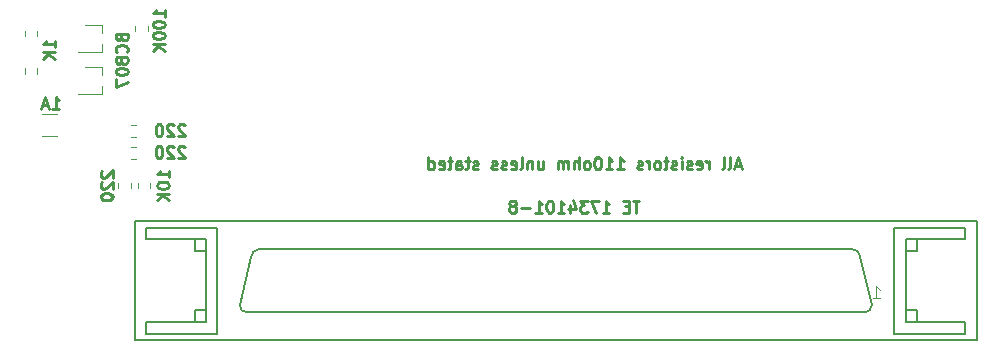
<source format=gbr>
%TF.GenerationSoftware,KiCad,Pcbnew,(5.1.7)-1*%
%TF.CreationDate,2021-02-10T19:53:02+00:00*%
%TF.ProjectId,SCSI to SCA MK5.1,53435349-2074-46f2-9053-4341204d4b35,rev?*%
%TF.SameCoordinates,Original*%
%TF.FileFunction,Legend,Bot*%
%TF.FilePolarity,Positive*%
%FSLAX46Y46*%
G04 Gerber Fmt 4.6, Leading zero omitted, Abs format (unit mm)*
G04 Created by KiCad (PCBNEW (5.1.7)-1) date 2021-02-10 19:53:02*
%MOMM*%
%LPD*%
G01*
G04 APERTURE LIST*
%ADD10C,0.250000*%
%ADD11C,0.120000*%
%ADD12C,0.203200*%
%ADD13C,0.050000*%
G04 APERTURE END LIST*
D10*
X43093900Y-122404333D02*
X43093900Y-121832904D01*
X43093900Y-122118619D02*
X42093900Y-122118619D01*
X42236758Y-122023380D01*
X42331996Y-121928142D01*
X42379615Y-121832904D01*
X42093900Y-123023380D02*
X42093900Y-123118619D01*
X42141520Y-123213857D01*
X42189139Y-123261476D01*
X42284377Y-123309095D01*
X42474853Y-123356714D01*
X42712948Y-123356714D01*
X42903424Y-123309095D01*
X42998662Y-123261476D01*
X43046281Y-123213857D01*
X43093900Y-123118619D01*
X43093900Y-123023380D01*
X43046281Y-122928142D01*
X42998662Y-122880523D01*
X42903424Y-122832904D01*
X42712948Y-122785285D01*
X42474853Y-122785285D01*
X42284377Y-122832904D01*
X42189139Y-122880523D01*
X42141520Y-122928142D01*
X42093900Y-123023380D01*
X42093900Y-123975761D02*
X42093900Y-124071000D01*
X42141520Y-124166238D01*
X42189139Y-124213857D01*
X42284377Y-124261476D01*
X42474853Y-124309095D01*
X42712948Y-124309095D01*
X42903424Y-124261476D01*
X42998662Y-124213857D01*
X43046281Y-124166238D01*
X43093900Y-124071000D01*
X43093900Y-123975761D01*
X43046281Y-123880523D01*
X42998662Y-123832904D01*
X42903424Y-123785285D01*
X42712948Y-123737666D01*
X42474853Y-123737666D01*
X42284377Y-123785285D01*
X42189139Y-123832904D01*
X42141520Y-123880523D01*
X42093900Y-123975761D01*
X43093900Y-124737666D02*
X42093900Y-124737666D01*
X43093900Y-125309095D02*
X42522472Y-124880523D01*
X42093900Y-125309095D02*
X42665329Y-124737666D01*
X83271619Y-138009380D02*
X82700190Y-138009380D01*
X82985904Y-139009380D02*
X82985904Y-138009380D01*
X82366857Y-138485571D02*
X82033523Y-138485571D01*
X81890666Y-139009380D02*
X82366857Y-139009380D01*
X82366857Y-138009380D01*
X81890666Y-138009380D01*
X80176380Y-139009380D02*
X80747809Y-139009380D01*
X80462095Y-139009380D02*
X80462095Y-138009380D01*
X80557333Y-138152238D01*
X80652571Y-138247476D01*
X80747809Y-138295095D01*
X79843047Y-138009380D02*
X79176380Y-138009380D01*
X79604952Y-139009380D01*
X78890666Y-138009380D02*
X78271619Y-138009380D01*
X78604952Y-138390333D01*
X78462095Y-138390333D01*
X78366857Y-138437952D01*
X78319238Y-138485571D01*
X78271619Y-138580809D01*
X78271619Y-138818904D01*
X78319238Y-138914142D01*
X78366857Y-138961761D01*
X78462095Y-139009380D01*
X78747809Y-139009380D01*
X78843047Y-138961761D01*
X78890666Y-138914142D01*
X77414476Y-138342714D02*
X77414476Y-139009380D01*
X77652571Y-137961761D02*
X77890666Y-138676047D01*
X77271619Y-138676047D01*
X76366857Y-139009380D02*
X76938285Y-139009380D01*
X76652571Y-139009380D02*
X76652571Y-138009380D01*
X76747809Y-138152238D01*
X76843047Y-138247476D01*
X76938285Y-138295095D01*
X75747809Y-138009380D02*
X75652571Y-138009380D01*
X75557333Y-138057000D01*
X75509714Y-138104619D01*
X75462095Y-138199857D01*
X75414476Y-138390333D01*
X75414476Y-138628428D01*
X75462095Y-138818904D01*
X75509714Y-138914142D01*
X75557333Y-138961761D01*
X75652571Y-139009380D01*
X75747809Y-139009380D01*
X75843047Y-138961761D01*
X75890666Y-138914142D01*
X75938285Y-138818904D01*
X75985904Y-138628428D01*
X75985904Y-138390333D01*
X75938285Y-138199857D01*
X75890666Y-138104619D01*
X75843047Y-138057000D01*
X75747809Y-138009380D01*
X74462095Y-139009380D02*
X75033523Y-139009380D01*
X74747809Y-139009380D02*
X74747809Y-138009380D01*
X74843047Y-138152238D01*
X74938285Y-138247476D01*
X75033523Y-138295095D01*
X74033523Y-138628428D02*
X73271619Y-138628428D01*
X72652571Y-138437952D02*
X72747809Y-138390333D01*
X72795428Y-138342714D01*
X72843047Y-138247476D01*
X72843047Y-138199857D01*
X72795428Y-138104619D01*
X72747809Y-138057000D01*
X72652571Y-138009380D01*
X72462095Y-138009380D01*
X72366857Y-138057000D01*
X72319238Y-138104619D01*
X72271619Y-138199857D01*
X72271619Y-138247476D01*
X72319238Y-138342714D01*
X72366857Y-138390333D01*
X72462095Y-138437952D01*
X72652571Y-138437952D01*
X72747809Y-138485571D01*
X72795428Y-138533190D01*
X72843047Y-138628428D01*
X72843047Y-138818904D01*
X72795428Y-138914142D01*
X72747809Y-138961761D01*
X72652571Y-139009380D01*
X72462095Y-139009380D01*
X72366857Y-138961761D01*
X72319238Y-138914142D01*
X72271619Y-138818904D01*
X72271619Y-138628428D01*
X72319238Y-138533190D01*
X72366857Y-138485571D01*
X72462095Y-138437952D01*
X91851095Y-135040666D02*
X91374904Y-135040666D01*
X91946333Y-135326380D02*
X91613000Y-134326380D01*
X91279666Y-135326380D01*
X90803476Y-135326380D02*
X90898714Y-135278761D01*
X90946333Y-135183523D01*
X90946333Y-134326380D01*
X90279666Y-135326380D02*
X90374904Y-135278761D01*
X90422523Y-135183523D01*
X90422523Y-134326380D01*
X89136809Y-135326380D02*
X89136809Y-134659714D01*
X89136809Y-134850190D02*
X89089190Y-134754952D01*
X89041571Y-134707333D01*
X88946333Y-134659714D01*
X88851095Y-134659714D01*
X88136809Y-135278761D02*
X88232047Y-135326380D01*
X88422523Y-135326380D01*
X88517761Y-135278761D01*
X88565380Y-135183523D01*
X88565380Y-134802571D01*
X88517761Y-134707333D01*
X88422523Y-134659714D01*
X88232047Y-134659714D01*
X88136809Y-134707333D01*
X88089190Y-134802571D01*
X88089190Y-134897809D01*
X88565380Y-134993047D01*
X87708238Y-135278761D02*
X87613000Y-135326380D01*
X87422523Y-135326380D01*
X87327285Y-135278761D01*
X87279666Y-135183523D01*
X87279666Y-135135904D01*
X87327285Y-135040666D01*
X87422523Y-134993047D01*
X87565380Y-134993047D01*
X87660619Y-134945428D01*
X87708238Y-134850190D01*
X87708238Y-134802571D01*
X87660619Y-134707333D01*
X87565380Y-134659714D01*
X87422523Y-134659714D01*
X87327285Y-134707333D01*
X86851095Y-135326380D02*
X86851095Y-134659714D01*
X86851095Y-134326380D02*
X86898714Y-134374000D01*
X86851095Y-134421619D01*
X86803476Y-134374000D01*
X86851095Y-134326380D01*
X86851095Y-134421619D01*
X86422523Y-135278761D02*
X86327285Y-135326380D01*
X86136809Y-135326380D01*
X86041571Y-135278761D01*
X85993952Y-135183523D01*
X85993952Y-135135904D01*
X86041571Y-135040666D01*
X86136809Y-134993047D01*
X86279666Y-134993047D01*
X86374904Y-134945428D01*
X86422523Y-134850190D01*
X86422523Y-134802571D01*
X86374904Y-134707333D01*
X86279666Y-134659714D01*
X86136809Y-134659714D01*
X86041571Y-134707333D01*
X85708238Y-134659714D02*
X85327285Y-134659714D01*
X85565380Y-134326380D02*
X85565380Y-135183523D01*
X85517761Y-135278761D01*
X85422523Y-135326380D01*
X85327285Y-135326380D01*
X84851095Y-135326380D02*
X84946333Y-135278761D01*
X84993952Y-135231142D01*
X85041571Y-135135904D01*
X85041571Y-134850190D01*
X84993952Y-134754952D01*
X84946333Y-134707333D01*
X84851095Y-134659714D01*
X84708238Y-134659714D01*
X84613000Y-134707333D01*
X84565380Y-134754952D01*
X84517761Y-134850190D01*
X84517761Y-135135904D01*
X84565380Y-135231142D01*
X84613000Y-135278761D01*
X84708238Y-135326380D01*
X84851095Y-135326380D01*
X84089190Y-135326380D02*
X84089190Y-134659714D01*
X84089190Y-134850190D02*
X84041571Y-134754952D01*
X83993952Y-134707333D01*
X83898714Y-134659714D01*
X83803476Y-134659714D01*
X83517761Y-135278761D02*
X83422523Y-135326380D01*
X83232047Y-135326380D01*
X83136809Y-135278761D01*
X83089190Y-135183523D01*
X83089190Y-135135904D01*
X83136809Y-135040666D01*
X83232047Y-134993047D01*
X83374904Y-134993047D01*
X83470142Y-134945428D01*
X83517761Y-134850190D01*
X83517761Y-134802571D01*
X83470142Y-134707333D01*
X83374904Y-134659714D01*
X83232047Y-134659714D01*
X83136809Y-134707333D01*
X81374904Y-135326380D02*
X81946333Y-135326380D01*
X81660619Y-135326380D02*
X81660619Y-134326380D01*
X81755857Y-134469238D01*
X81851095Y-134564476D01*
X81946333Y-134612095D01*
X80422523Y-135326380D02*
X80993952Y-135326380D01*
X80708238Y-135326380D02*
X80708238Y-134326380D01*
X80803476Y-134469238D01*
X80898714Y-134564476D01*
X80993952Y-134612095D01*
X79803476Y-134326380D02*
X79708238Y-134326380D01*
X79613000Y-134374000D01*
X79565380Y-134421619D01*
X79517761Y-134516857D01*
X79470142Y-134707333D01*
X79470142Y-134945428D01*
X79517761Y-135135904D01*
X79565380Y-135231142D01*
X79613000Y-135278761D01*
X79708238Y-135326380D01*
X79803476Y-135326380D01*
X79898714Y-135278761D01*
X79946333Y-135231142D01*
X79993952Y-135135904D01*
X80041571Y-134945428D01*
X80041571Y-134707333D01*
X79993952Y-134516857D01*
X79946333Y-134421619D01*
X79898714Y-134374000D01*
X79803476Y-134326380D01*
X78898714Y-135326380D02*
X78993952Y-135278761D01*
X79041571Y-135231142D01*
X79089190Y-135135904D01*
X79089190Y-134850190D01*
X79041571Y-134754952D01*
X78993952Y-134707333D01*
X78898714Y-134659714D01*
X78755857Y-134659714D01*
X78660619Y-134707333D01*
X78613000Y-134754952D01*
X78565380Y-134850190D01*
X78565380Y-135135904D01*
X78613000Y-135231142D01*
X78660619Y-135278761D01*
X78755857Y-135326380D01*
X78898714Y-135326380D01*
X78136809Y-135326380D02*
X78136809Y-134326380D01*
X77708238Y-135326380D02*
X77708238Y-134802571D01*
X77755857Y-134707333D01*
X77851095Y-134659714D01*
X77993952Y-134659714D01*
X78089190Y-134707333D01*
X78136809Y-134754952D01*
X77232047Y-135326380D02*
X77232047Y-134659714D01*
X77232047Y-134754952D02*
X77184428Y-134707333D01*
X77089190Y-134659714D01*
X76946333Y-134659714D01*
X76851095Y-134707333D01*
X76803476Y-134802571D01*
X76803476Y-135326380D01*
X76803476Y-134802571D02*
X76755857Y-134707333D01*
X76660619Y-134659714D01*
X76517761Y-134659714D01*
X76422523Y-134707333D01*
X76374904Y-134802571D01*
X76374904Y-135326380D01*
X74708238Y-134659714D02*
X74708238Y-135326380D01*
X75136809Y-134659714D02*
X75136809Y-135183523D01*
X75089190Y-135278761D01*
X74993952Y-135326380D01*
X74851095Y-135326380D01*
X74755857Y-135278761D01*
X74708238Y-135231142D01*
X74232047Y-134659714D02*
X74232047Y-135326380D01*
X74232047Y-134754952D02*
X74184428Y-134707333D01*
X74089190Y-134659714D01*
X73946333Y-134659714D01*
X73851095Y-134707333D01*
X73803476Y-134802571D01*
X73803476Y-135326380D01*
X73184428Y-135326380D02*
X73279666Y-135278761D01*
X73327285Y-135183523D01*
X73327285Y-134326380D01*
X72422523Y-135278761D02*
X72517761Y-135326380D01*
X72708238Y-135326380D01*
X72803476Y-135278761D01*
X72851095Y-135183523D01*
X72851095Y-134802571D01*
X72803476Y-134707333D01*
X72708238Y-134659714D01*
X72517761Y-134659714D01*
X72422523Y-134707333D01*
X72374904Y-134802571D01*
X72374904Y-134897809D01*
X72851095Y-134993047D01*
X71993952Y-135278761D02*
X71898714Y-135326380D01*
X71708238Y-135326380D01*
X71613000Y-135278761D01*
X71565380Y-135183523D01*
X71565380Y-135135904D01*
X71613000Y-135040666D01*
X71708238Y-134993047D01*
X71851095Y-134993047D01*
X71946333Y-134945428D01*
X71993952Y-134850190D01*
X71993952Y-134802571D01*
X71946333Y-134707333D01*
X71851095Y-134659714D01*
X71708238Y-134659714D01*
X71613000Y-134707333D01*
X71184428Y-135278761D02*
X71089190Y-135326380D01*
X70898714Y-135326380D01*
X70803476Y-135278761D01*
X70755857Y-135183523D01*
X70755857Y-135135904D01*
X70803476Y-135040666D01*
X70898714Y-134993047D01*
X71041571Y-134993047D01*
X71136809Y-134945428D01*
X71184428Y-134850190D01*
X71184428Y-134802571D01*
X71136809Y-134707333D01*
X71041571Y-134659714D01*
X70898714Y-134659714D01*
X70803476Y-134707333D01*
X69613000Y-135278761D02*
X69517761Y-135326380D01*
X69327285Y-135326380D01*
X69232047Y-135278761D01*
X69184428Y-135183523D01*
X69184428Y-135135904D01*
X69232047Y-135040666D01*
X69327285Y-134993047D01*
X69470142Y-134993047D01*
X69565380Y-134945428D01*
X69613000Y-134850190D01*
X69613000Y-134802571D01*
X69565380Y-134707333D01*
X69470142Y-134659714D01*
X69327285Y-134659714D01*
X69232047Y-134707333D01*
X68898714Y-134659714D02*
X68517761Y-134659714D01*
X68755857Y-134326380D02*
X68755857Y-135183523D01*
X68708238Y-135278761D01*
X68613000Y-135326380D01*
X68517761Y-135326380D01*
X67755857Y-135326380D02*
X67755857Y-134802571D01*
X67803476Y-134707333D01*
X67898714Y-134659714D01*
X68089190Y-134659714D01*
X68184428Y-134707333D01*
X67755857Y-135278761D02*
X67851095Y-135326380D01*
X68089190Y-135326380D01*
X68184428Y-135278761D01*
X68232047Y-135183523D01*
X68232047Y-135088285D01*
X68184428Y-134993047D01*
X68089190Y-134945428D01*
X67851095Y-134945428D01*
X67755857Y-134897809D01*
X67422523Y-134659714D02*
X67041571Y-134659714D01*
X67279666Y-134326380D02*
X67279666Y-135183523D01*
X67232047Y-135278761D01*
X67136809Y-135326380D01*
X67041571Y-135326380D01*
X66327285Y-135278761D02*
X66422523Y-135326380D01*
X66613000Y-135326380D01*
X66708238Y-135278761D01*
X66755857Y-135183523D01*
X66755857Y-134802571D01*
X66708238Y-134707333D01*
X66613000Y-134659714D01*
X66422523Y-134659714D01*
X66327285Y-134707333D01*
X66279666Y-134802571D01*
X66279666Y-134897809D01*
X66755857Y-134993047D01*
X65422523Y-135326380D02*
X65422523Y-134326380D01*
X65422523Y-135278761D02*
X65517761Y-135326380D01*
X65708238Y-135326380D01*
X65803476Y-135278761D01*
X65851095Y-135231142D01*
X65898714Y-135135904D01*
X65898714Y-134850190D01*
X65851095Y-134754952D01*
X65803476Y-134707333D01*
X65708238Y-134659714D01*
X65517761Y-134659714D01*
X65422523Y-134707333D01*
X43441880Y-136025023D02*
X43441880Y-135453595D01*
X43441880Y-135739309D02*
X42441880Y-135739309D01*
X42584738Y-135644071D01*
X42679976Y-135548833D01*
X42727595Y-135453595D01*
X42441880Y-136644071D02*
X42441880Y-136739309D01*
X42489500Y-136834547D01*
X42537119Y-136882166D01*
X42632357Y-136929785D01*
X42822833Y-136977404D01*
X43060928Y-136977404D01*
X43251404Y-136929785D01*
X43346642Y-136882166D01*
X43394261Y-136834547D01*
X43441880Y-136739309D01*
X43441880Y-136644071D01*
X43394261Y-136548833D01*
X43346642Y-136501214D01*
X43251404Y-136453595D01*
X43060928Y-136405976D01*
X42822833Y-136405976D01*
X42632357Y-136453595D01*
X42537119Y-136501214D01*
X42489500Y-136548833D01*
X42441880Y-136644071D01*
X43441880Y-137405976D02*
X42441880Y-137405976D01*
X43441880Y-137977404D02*
X42870452Y-137548833D01*
X42441880Y-137977404D02*
X43013309Y-137405976D01*
X37774619Y-135477404D02*
X37727000Y-135525023D01*
X37679380Y-135620261D01*
X37679380Y-135858357D01*
X37727000Y-135953595D01*
X37774619Y-136001214D01*
X37869857Y-136048833D01*
X37965095Y-136048833D01*
X38107952Y-136001214D01*
X38679380Y-135429785D01*
X38679380Y-136048833D01*
X37774619Y-136429785D02*
X37727000Y-136477404D01*
X37679380Y-136572642D01*
X37679380Y-136810738D01*
X37727000Y-136905976D01*
X37774619Y-136953595D01*
X37869857Y-137001214D01*
X37965095Y-137001214D01*
X38107952Y-136953595D01*
X38679380Y-136382166D01*
X38679380Y-137001214D01*
X37679380Y-137620261D02*
X37679380Y-137715500D01*
X37727000Y-137810738D01*
X37774619Y-137858357D01*
X37869857Y-137905976D01*
X38060333Y-137953595D01*
X38298428Y-137953595D01*
X38488904Y-137905976D01*
X38584142Y-137858357D01*
X38631761Y-137810738D01*
X38679380Y-137715500D01*
X38679380Y-137620261D01*
X38631761Y-137525023D01*
X38584142Y-137477404D01*
X38488904Y-137429785D01*
X38298428Y-137382166D01*
X38060333Y-137382166D01*
X37869857Y-137429785D01*
X37774619Y-137477404D01*
X37727000Y-137525023D01*
X37679380Y-137620261D01*
X44799095Y-133469119D02*
X44751476Y-133421500D01*
X44656238Y-133373880D01*
X44418142Y-133373880D01*
X44322904Y-133421500D01*
X44275285Y-133469119D01*
X44227666Y-133564357D01*
X44227666Y-133659595D01*
X44275285Y-133802452D01*
X44846714Y-134373880D01*
X44227666Y-134373880D01*
X43846714Y-133469119D02*
X43799095Y-133421500D01*
X43703857Y-133373880D01*
X43465761Y-133373880D01*
X43370523Y-133421500D01*
X43322904Y-133469119D01*
X43275285Y-133564357D01*
X43275285Y-133659595D01*
X43322904Y-133802452D01*
X43894333Y-134373880D01*
X43275285Y-134373880D01*
X42656238Y-133373880D02*
X42561000Y-133373880D01*
X42465761Y-133421500D01*
X42418142Y-133469119D01*
X42370523Y-133564357D01*
X42322904Y-133754833D01*
X42322904Y-133992928D01*
X42370523Y-134183404D01*
X42418142Y-134278642D01*
X42465761Y-134326261D01*
X42561000Y-134373880D01*
X42656238Y-134373880D01*
X42751476Y-134326261D01*
X42799095Y-134278642D01*
X42846714Y-134183404D01*
X42894333Y-133992928D01*
X42894333Y-133754833D01*
X42846714Y-133564357D01*
X42799095Y-133469119D01*
X42751476Y-133421500D01*
X42656238Y-133373880D01*
X44799095Y-131627619D02*
X44751476Y-131580000D01*
X44656238Y-131532380D01*
X44418142Y-131532380D01*
X44322904Y-131580000D01*
X44275285Y-131627619D01*
X44227666Y-131722857D01*
X44227666Y-131818095D01*
X44275285Y-131960952D01*
X44846714Y-132532380D01*
X44227666Y-132532380D01*
X43846714Y-131627619D02*
X43799095Y-131580000D01*
X43703857Y-131532380D01*
X43465761Y-131532380D01*
X43370523Y-131580000D01*
X43322904Y-131627619D01*
X43275285Y-131722857D01*
X43275285Y-131818095D01*
X43322904Y-131960952D01*
X43894333Y-132532380D01*
X43275285Y-132532380D01*
X42656238Y-131532380D02*
X42561000Y-131532380D01*
X42465761Y-131580000D01*
X42418142Y-131627619D01*
X42370523Y-131722857D01*
X42322904Y-131913333D01*
X42322904Y-132151428D01*
X42370523Y-132341904D01*
X42418142Y-132437142D01*
X42465761Y-132484761D01*
X42561000Y-132532380D01*
X42656238Y-132532380D01*
X42751476Y-132484761D01*
X42799095Y-132437142D01*
X42846714Y-132341904D01*
X42894333Y-132151428D01*
X42894333Y-131913333D01*
X42846714Y-131722857D01*
X42799095Y-131627619D01*
X42751476Y-131580000D01*
X42656238Y-131532380D01*
X33789880Y-125007714D02*
X33789880Y-124436285D01*
X33789880Y-124722000D02*
X32789880Y-124722000D01*
X32932738Y-124626761D01*
X33027976Y-124531523D01*
X33075595Y-124436285D01*
X33789880Y-125436285D02*
X32789880Y-125436285D01*
X33789880Y-126007714D02*
X33218452Y-125579142D01*
X32789880Y-126007714D02*
X33361309Y-125436285D01*
X39430651Y-124192897D02*
X39478270Y-124335754D01*
X39525889Y-124383373D01*
X39621127Y-124430992D01*
X39763984Y-124430992D01*
X39859222Y-124383373D01*
X39906841Y-124335754D01*
X39954460Y-124240516D01*
X39954460Y-123859563D01*
X38954460Y-123859563D01*
X38954460Y-124192897D01*
X39002080Y-124288135D01*
X39049699Y-124335754D01*
X39144937Y-124383373D01*
X39240175Y-124383373D01*
X39335413Y-124335754D01*
X39383032Y-124288135D01*
X39430651Y-124192897D01*
X39430651Y-123859563D01*
X39859222Y-125430992D02*
X39906841Y-125383373D01*
X39954460Y-125240516D01*
X39954460Y-125145278D01*
X39906841Y-125002420D01*
X39811603Y-124907182D01*
X39716365Y-124859563D01*
X39525889Y-124811944D01*
X39383032Y-124811944D01*
X39192556Y-124859563D01*
X39097318Y-124907182D01*
X39002080Y-125002420D01*
X38954460Y-125145278D01*
X38954460Y-125240516D01*
X39002080Y-125383373D01*
X39049699Y-125430992D01*
X39383032Y-126002420D02*
X39335413Y-125907182D01*
X39287794Y-125859563D01*
X39192556Y-125811944D01*
X39144937Y-125811944D01*
X39049699Y-125859563D01*
X39002080Y-125907182D01*
X38954460Y-126002420D01*
X38954460Y-126192897D01*
X39002080Y-126288135D01*
X39049699Y-126335754D01*
X39144937Y-126383373D01*
X39192556Y-126383373D01*
X39287794Y-126335754D01*
X39335413Y-126288135D01*
X39383032Y-126192897D01*
X39383032Y-126002420D01*
X39430651Y-125907182D01*
X39478270Y-125859563D01*
X39573508Y-125811944D01*
X39763984Y-125811944D01*
X39859222Y-125859563D01*
X39906841Y-125907182D01*
X39954460Y-126002420D01*
X39954460Y-126192897D01*
X39906841Y-126288135D01*
X39859222Y-126335754D01*
X39763984Y-126383373D01*
X39573508Y-126383373D01*
X39478270Y-126335754D01*
X39430651Y-126288135D01*
X39383032Y-126192897D01*
X38954460Y-127002420D02*
X38954460Y-127097659D01*
X39002080Y-127192897D01*
X39049699Y-127240516D01*
X39144937Y-127288135D01*
X39335413Y-127335754D01*
X39573508Y-127335754D01*
X39763984Y-127288135D01*
X39859222Y-127240516D01*
X39906841Y-127192897D01*
X39954460Y-127097659D01*
X39954460Y-127002420D01*
X39906841Y-126907182D01*
X39859222Y-126859563D01*
X39763984Y-126811944D01*
X39573508Y-126764325D01*
X39335413Y-126764325D01*
X39144937Y-126811944D01*
X39049699Y-126859563D01*
X39002080Y-126907182D01*
X38954460Y-127002420D01*
X38954460Y-127669087D02*
X38954460Y-128335754D01*
X39954460Y-127907182D01*
X33569257Y-130200660D02*
X34140685Y-130200660D01*
X33854971Y-130200660D02*
X33854971Y-129200660D01*
X33950209Y-129343518D01*
X34045447Y-129438756D01*
X34140685Y-129486375D01*
X33188304Y-129914946D02*
X32712114Y-129914946D01*
X33283542Y-130200660D02*
X32950209Y-129200660D01*
X32616876Y-130200660D01*
D11*
%TO.C,Q2*%
X36356500Y-126665500D02*
X37766500Y-126665500D01*
X37766500Y-128985500D02*
X35736500Y-128985500D01*
X37766500Y-128985500D02*
X37766500Y-128325500D01*
X37766500Y-127325500D02*
X37766500Y-126665500D01*
%TO.C,Q1*%
X36356500Y-123109500D02*
X37766500Y-123109500D01*
X37766500Y-125429500D02*
X35736500Y-125429500D01*
X37766500Y-125429500D02*
X37766500Y-124769500D01*
X37766500Y-123769500D02*
X37766500Y-123109500D01*
%TO.C,R34*%
X40600100Y-123179302D02*
X40600100Y-123653818D01*
X41645100Y-123179302D02*
X41645100Y-123653818D01*
%TO.C,R33*%
X41861000Y-136952258D02*
X41861000Y-136477742D01*
X40816000Y-136952258D02*
X40816000Y-136477742D01*
%TO.C,R5*%
X40212742Y-134507500D02*
X40687258Y-134507500D01*
X40212742Y-133462500D02*
X40687258Y-133462500D01*
%TO.C,R4*%
X40212742Y-132602500D02*
X40687258Y-132602500D01*
X40212742Y-131557500D02*
X40687258Y-131557500D01*
%TO.C,R3*%
X32272500Y-124062758D02*
X32272500Y-123588242D01*
X31227500Y-124062758D02*
X31227500Y-123588242D01*
%TO.C,R2*%
X32272500Y-127236758D02*
X32272500Y-126762242D01*
X31227500Y-127236758D02*
X31227500Y-126762242D01*
%TO.C,R1*%
X40210000Y-136953258D02*
X40210000Y-136478742D01*
X39165000Y-136953258D02*
X39165000Y-136478742D01*
%TO.C,F1*%
X33936564Y-130662000D02*
X32732436Y-130662000D01*
X33936564Y-132482000D02*
X32732436Y-132482000D01*
D12*
%TO.C,J1*%
X106775000Y-147280000D02*
X106775000Y-148280000D01*
X105850000Y-147280000D02*
X106775000Y-147280000D01*
X106775000Y-142280000D02*
X105850000Y-142280000D01*
X106775000Y-141280000D02*
X106775000Y-142280000D01*
X110850000Y-148280000D02*
X110850000Y-149280000D01*
X106775000Y-148280000D02*
X110850000Y-148280000D01*
X105850000Y-148280000D02*
X106775000Y-148280000D01*
X105850000Y-147280000D02*
X105850000Y-148280000D01*
X105850000Y-142280000D02*
X105850000Y-147280000D01*
X105850000Y-141280000D02*
X105850000Y-142280000D01*
X106775000Y-141280000D02*
X105850000Y-141280000D01*
X110850000Y-141280000D02*
X106775000Y-141280000D01*
X110850000Y-140280000D02*
X110850000Y-141280000D01*
X104850000Y-140280000D02*
X110850000Y-140280000D01*
X104850000Y-149280000D02*
X104850000Y-140280000D01*
X110850000Y-149280000D02*
X104850000Y-149280000D01*
X45625000Y-142280000D02*
X45625000Y-141280000D01*
X46550000Y-142280000D02*
X45625000Y-142280000D01*
X45625000Y-147280000D02*
X46550000Y-147280000D01*
X45625000Y-148280000D02*
X45625000Y-147280000D01*
X41550000Y-141280000D02*
X41550000Y-140280000D01*
X45625000Y-141280000D02*
X41550000Y-141280000D01*
X46550000Y-141280000D02*
X45625000Y-141280000D01*
X46550000Y-142280000D02*
X46550000Y-141280000D01*
X46550000Y-147280000D02*
X46550000Y-142280000D01*
X46550000Y-148280000D02*
X46550000Y-147280000D01*
X45625000Y-148280000D02*
X46550000Y-148280000D01*
X41550000Y-148280000D02*
X45625000Y-148280000D01*
X41550000Y-149280000D02*
X41550000Y-148280000D01*
X47550000Y-149280000D02*
X41550000Y-149280000D01*
X47550000Y-140280000D02*
X47550000Y-149280000D01*
X41550000Y-140280000D02*
X47550000Y-140280000D01*
X40550000Y-139730000D02*
X40550000Y-149830000D01*
X111850000Y-139730000D02*
X40550000Y-139730000D01*
X111850000Y-149830000D02*
X111850000Y-139730000D01*
X40550000Y-149830000D02*
X111850000Y-149830000D01*
X50060000Y-147455000D02*
X102340000Y-147455000D01*
X50425000Y-142740000D02*
X49425000Y-146820000D01*
X101340000Y-142105000D02*
X51060000Y-142105000D01*
X102975000Y-146820000D02*
X101975000Y-142740000D01*
X102340000Y-147455000D02*
G75*
G03*
X102975000Y-146820000I0J635000D01*
G01*
X49425000Y-146820000D02*
G75*
G03*
X50060000Y-147455000I635000J0D01*
G01*
X51060000Y-142105000D02*
G75*
G03*
X50425000Y-142740000I0J-635000D01*
G01*
X101975000Y-142740000D02*
G75*
G03*
X101340000Y-142105000I-635000J0D01*
G01*
D13*
X103064285Y-146232380D02*
X103635714Y-146232380D01*
X103350000Y-146232380D02*
X103350000Y-145232380D01*
X103445238Y-145375238D01*
X103540476Y-145470476D01*
X103635714Y-145518095D01*
%TD*%
M02*

</source>
